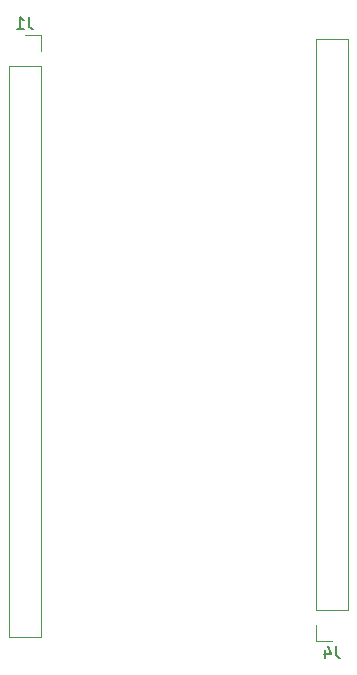
<source format=gbo>
G04 #@! TF.GenerationSoftware,KiCad,Pcbnew,8.0.8+1*
G04 #@! TF.CreationDate,2025-02-19T14:50:03+01:00*
G04 #@! TF.ProjectId,rp2040,72703230-3430-42e6-9b69-6361645f7063,rev?*
G04 #@! TF.SameCoordinates,Original*
G04 #@! TF.FileFunction,Legend,Bot*
G04 #@! TF.FilePolarity,Positive*
%FSLAX46Y46*%
G04 Gerber Fmt 4.6, Leading zero omitted, Abs format (unit mm)*
G04 Created by KiCad (PCBNEW 8.0.8+1) date 2025-02-19 14:50:03*
%MOMM*%
%LPD*%
G01*
G04 APERTURE LIST*
%ADD10C,0.150000*%
%ADD11C,0.120000*%
G04 APERTURE END LIST*
D10*
X129533333Y-78514819D02*
X129533333Y-79229104D01*
X129533333Y-79229104D02*
X129580952Y-79371961D01*
X129580952Y-79371961D02*
X129676190Y-79467200D01*
X129676190Y-79467200D02*
X129819047Y-79514819D01*
X129819047Y-79514819D02*
X129914285Y-79514819D01*
X128533333Y-79514819D02*
X129104761Y-79514819D01*
X128819047Y-79514819D02*
X128819047Y-78514819D01*
X128819047Y-78514819D02*
X128914285Y-78657676D01*
X128914285Y-78657676D02*
X129009523Y-78752914D01*
X129009523Y-78752914D02*
X129104761Y-78800533D01*
X155533333Y-131784819D02*
X155533333Y-132499104D01*
X155533333Y-132499104D02*
X155580952Y-132641961D01*
X155580952Y-132641961D02*
X155676190Y-132737200D01*
X155676190Y-132737200D02*
X155819047Y-132784819D01*
X155819047Y-132784819D02*
X155914285Y-132784819D01*
X154628571Y-132118152D02*
X154628571Y-132784819D01*
X154866666Y-131737200D02*
X155104761Y-132451485D01*
X155104761Y-132451485D02*
X154485714Y-132451485D01*
D11*
X127870000Y-82660000D02*
X130530000Y-82660000D01*
X127870000Y-130980000D02*
X127870000Y-82660000D01*
X127870000Y-130980000D02*
X130530000Y-130980000D01*
X129200000Y-80060000D02*
X130530000Y-80060000D01*
X130530000Y-80060000D02*
X130530000Y-81390000D01*
X130530000Y-130980000D02*
X130530000Y-82660000D01*
X153870000Y-80410000D02*
X153870000Y-128730000D01*
X153870000Y-131330000D02*
X153870000Y-130000000D01*
X155200000Y-131330000D02*
X153870000Y-131330000D01*
X156530000Y-80410000D02*
X153870000Y-80410000D01*
X156530000Y-80410000D02*
X156530000Y-128730000D01*
X156530000Y-128730000D02*
X153870000Y-128730000D01*
M02*

</source>
